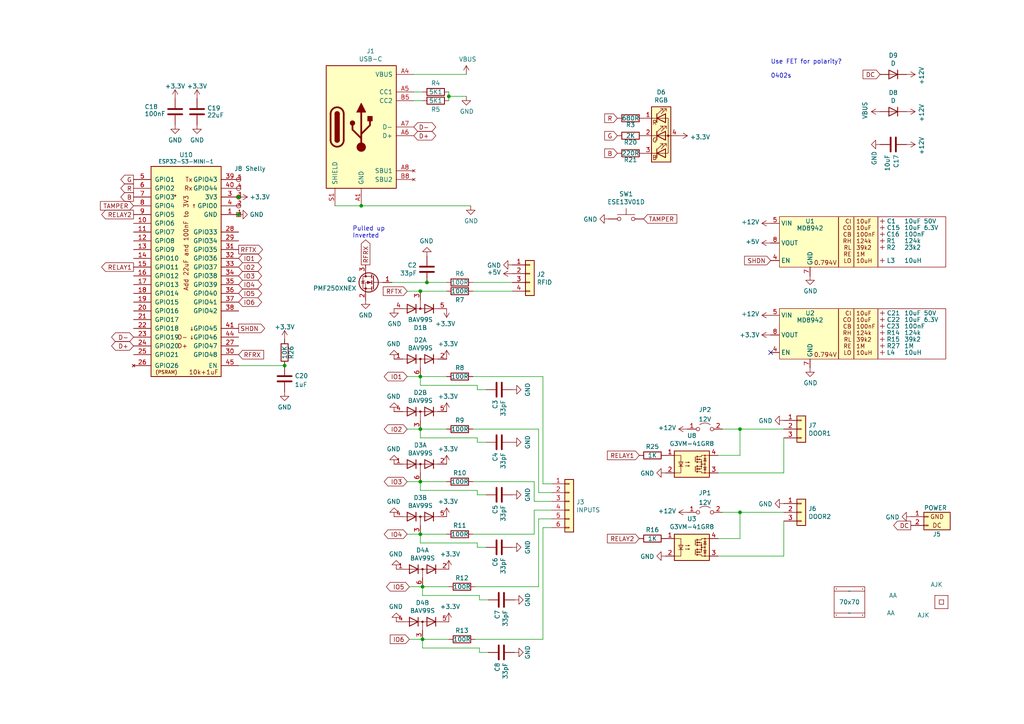
<source format=kicad_sch>
(kicad_sch (version 20230121) (generator eeschema)
  (paper "A4")
  (title_block (title "Access control") (date "${DATE}") (rev "3") (company "Adrian Kennard Andrews & Arnold Ltd") (comment 1 "toot.me.uk/@RevK") (comment 2 "www.me.uk"))
  (junction (at 123.825 81.915))
  (junction (at 121.92 124.46))
  (junction (at 122.555 170.18))
  (junction (at 104.775 59.69))
  (junction (at 69.215 57.15))
  (junction (at 69.215 62.23))
  (junction (at 214.63 148.59))
  (junction (at 121.92 139.7))
  (junction (at 122.555 185.42))
  (junction (at 130.175 27.94))
  (junction (at 214.63 124.46))
  (junction (at 121.92 109.22))
  (junction (at 82.55 106.045))
  (junction (at 121.92 84.455))
  (junction (at 121.92 154.94))
  (no_connect (at 223.52 102.235))
  (wire (pts (xy 122.555 187.96) (xy 139.065 187.96)))
  (wire (pts (xy 138.43 111.76) (xy 138.43 113.03)))
  (wire (pts (xy 137.16 154.94) (xy 154.94 154.94)))
  (wire (pts (xy 104.775 59.69) (xy 136.525 59.69)))
  (wire (pts (xy 122.555 170.18) (xy 130.175 170.18)))
  (wire (pts (xy 121.92 84.455) (xy 129.54 84.455)))
  (wire (pts (xy 156.21 170.18) (xy 156.21 150.495)))
  (wire (pts (xy 121.92 142.24) (xy 138.43 142.24)))
  (wire (pts (xy 227.33 151.13) (xy 227.33 161.29)))
  (wire (pts (xy 121.92 109.22) (xy 129.54 109.22)))
  (wire (pts (xy 137.16 139.7) (xy 154.94 139.7)))
  (wire (pts (xy 138.43 158.75) (xy 140.97 158.75)))
  (wire (pts (xy 157.48 140.335) (xy 160.02 140.335)))
  (wire (pts (xy 208.28 156.21) (xy 214.63 156.21)))
  (wire (pts (xy 121.92 139.7) (xy 129.54 139.7)))
  (wire (pts (xy 121.92 124.46) (xy 121.92 127)))
  (wire (pts (xy 120.015 26.67) (xy 122.555 26.67)))
  (wire (pts (xy 157.48 153.035) (xy 160.02 153.035)))
  (wire (pts (xy 121.92 139.7) (xy 121.92 142.24)))
  (wire (pts (xy 208.28 132.08) (xy 214.63 132.08)))
  (wire (pts (xy 156.21 124.46) (xy 156.21 142.875)))
  (wire (pts (xy 137.16 124.46) (xy 156.21 124.46)))
  (wire (pts (xy 214.63 124.46) (xy 209.55 124.46)))
  (wire (pts (xy 137.16 109.22) (xy 157.48 109.22)))
  (wire (pts (xy 154.94 154.94) (xy 154.94 147.955)))
  (wire (pts (xy 138.43 128.27) (xy 140.97 128.27)))
  (wire (pts (xy 121.92 127) (xy 138.43 127)))
  (wire (pts (xy 130.175 27.94) (xy 130.175 29.21)))
  (wire (pts (xy 69.215 106.045) (xy 82.55 106.045)))
  (wire (pts (xy 118.11 84.455) (xy 121.92 84.455)))
  (wire (pts (xy 208.28 161.29) (xy 227.33 161.29)))
  (wire (pts (xy 156.21 150.495) (xy 160.02 150.495)))
  (wire (pts (xy 118.745 185.42) (xy 122.555 185.42)))
  (wire (pts (xy 154.94 147.955) (xy 160.02 147.955)))
  (wire (pts (xy 208.28 137.16) (xy 227.33 137.16)))
  (wire (pts (xy 137.16 81.915) (xy 148.59 81.915)))
  (wire (pts (xy 138.43 142.24) (xy 138.43 143.51)))
  (wire (pts (xy 120.015 21.59) (xy 135.255 21.59)))
  (wire (pts (xy 118.11 124.46) (xy 121.92 124.46)))
  (wire (pts (xy 139.065 187.96) (xy 139.065 189.23)))
  (wire (pts (xy 122.555 172.72) (xy 139.065 172.72)))
  (wire (pts (xy 154.94 145.415) (xy 160.02 145.415)))
  (wire (pts (xy 138.43 113.03) (xy 140.97 113.03)))
  (wire (pts (xy 139.065 172.72) (xy 139.065 173.99)))
  (wire (pts (xy 157.48 185.42) (xy 157.48 153.035)))
  (wire (pts (xy 214.63 148.59) (xy 209.55 148.59)))
  (wire (pts (xy 139.065 173.99) (xy 141.605 173.99)))
  (wire (pts (xy 138.43 143.51) (xy 140.97 143.51)))
  (wire (pts (xy 121.92 154.94) (xy 121.92 157.48)))
  (wire (pts (xy 123.825 81.915) (xy 129.54 81.915)))
  (wire (pts (xy 139.065 189.23) (xy 141.605 189.23)))
  (wire (pts (xy 120.015 29.21) (xy 122.555 29.21)))
  (wire (pts (xy 121.92 157.48) (xy 138.43 157.48)))
  (wire (pts (xy 122.555 185.42) (xy 130.175 185.42)))
  (wire (pts (xy 154.94 139.7) (xy 154.94 145.415)))
  (wire (pts (xy 214.63 156.21) (xy 214.63 148.59)))
  (wire (pts (xy 118.745 170.18) (xy 122.555 170.18)))
  (wire (pts (xy 135.255 27.94) (xy 130.175 27.94)))
  (wire (pts (xy 214.63 132.08) (xy 214.63 124.46)))
  (wire (pts (xy 138.43 127) (xy 138.43 128.27)))
  (wire (pts (xy 121.92 109.22) (xy 121.92 111.76)))
  (wire (pts (xy 137.16 84.455) (xy 148.59 84.455)))
  (wire (pts (xy 121.92 124.46) (xy 129.54 124.46)))
  (wire (pts (xy 122.555 170.18) (xy 122.555 172.72)))
  (wire (pts (xy 113.665 81.915) (xy 123.825 81.915)))
  (wire (pts (xy 130.175 26.67) (xy 130.175 27.94)))
  (wire (pts (xy 137.795 185.42) (xy 157.48 185.42)))
  (wire (pts (xy 137.795 170.18) (xy 156.21 170.18)))
  (wire (pts (xy 118.11 109.22) (xy 121.92 109.22)))
  (wire (pts (xy 227.33 127) (xy 227.33 137.16)))
  (wire (pts (xy 118.11 154.94) (xy 121.92 154.94)))
  (wire (pts (xy 121.92 111.76) (xy 138.43 111.76)))
  (wire (pts (xy 121.92 154.94) (xy 129.54 154.94)))
  (wire (pts (xy 122.555 185.42) (xy 122.555 187.96)))
  (wire (pts (xy 214.63 148.59) (xy 227.33 148.59)))
  (wire (pts (xy 157.48 109.22) (xy 157.48 140.335)))
  (wire (pts (xy 97.155 59.69) (xy 104.775 59.69)))
  (wire (pts (xy 156.21 142.875) (xy 160.02 142.875)))
  (wire (pts (xy 118.11 139.7) (xy 121.92 139.7)))
  (wire (pts (xy 214.63 124.46) (xy 227.33 124.46)))
  (wire (pts (xy 138.43 157.48) (xy 138.43 158.75)))
  (text "Pulled up\nInverted" (at 102.235 69.215 0) (effects (font (size 1.27 1.27)) (justify left bottom)))
  (text "Use FET for polarity?\n\n0402s" (at 223.52 22.86 0) (effects (font (size 1.27 1.27)) (justify left bottom)))
  (global_label "IO3" (shape bidirectional) (at 118.11 139.7 180) (property "Intersheetrefs" "${INTERSHEET_REFS}" (effects hide)))
  (global_label "RELAY2" (shape output) (at 38.735 62.23 180) (property "Intersheetrefs" "${INTERSHEET_REFS}" (effects hide)))
  (global_label "B" (shape input) (at 179.07 44.45 180) (property "Intersheetrefs" "${INTERSHEET_REFS}" (effects hide)))
  (global_label "IO4" (shape bidirectional) (at 118.11 154.94 180) (property "Intersheetrefs" "${INTERSHEET_REFS}" (effects hide)))
  (global_label "IO4" (shape bidirectional) (at 69.215 82.55 0) (property "Intersheetrefs" "${INTERSHEET_REFS}" (effects hide)))
  (global_label "IO5" (shape bidirectional) (at 118.745 170.18 180) (property "Intersheetrefs" "${INTERSHEET_REFS}" (effects hide)))
  (global_label "D-" (shape bidirectional) (at 120.015 36.83 0) (property "Intersheetrefs" "${INTERSHEET_REFS}" (effects hide)))
  (global_label "R" (shape output) (at 38.735 54.61 180) (property "Intersheetrefs" "${INTERSHEET_REFS}" (effects hide)))
  (global_label "IO2" (shape bidirectional) (at 69.215 77.47 0) (property "Intersheetrefs" "${INTERSHEET_REFS}" (effects hide)))
  (global_label "SHDN" (shape input) (at 223.52 75.565 180) (property "Intersheetrefs" "${INTERSHEET_REFS}" (effects hide)))
  (global_label "RELAY2" (shape input) (at 185.42 156.21 180) (property "Intersheetrefs" "${INTERSHEET_REFS}" (effects hide)))
  (global_label "TAMPER" (shape input) (at 186.69 63.5 0) (property "Intersheetrefs" "${INTERSHEET_REFS}" (effects hide)))
  (global_label "RFTX" (shape output) (at 69.215 72.39 0) (property "Intersheetrefs" "${INTERSHEET_REFS}" (effects hide)))
  (global_label "TAMPER" (shape input) (at 38.735 59.69 180) (property "Intersheetrefs" "${INTERSHEET_REFS}" (effects hide)))
  (global_label "IO1" (shape bidirectional) (at 69.215 74.93 0) (property "Intersheetrefs" "${INTERSHEET_REFS}" (effects hide)))
  (global_label "RELAY1" (shape input) (at 185.42 132.08 180) (property "Intersheetrefs" "${INTERSHEET_REFS}" (effects hide)))
  (global_label "DC" (shape input) (at 255.27 21.59 180) (property "Intersheetrefs" "${INTERSHEET_REFS}" (effects hide)))
  (global_label "DC" (shape output) (at 264.16 152.4 180) (property "Intersheetrefs" "${INTERSHEET_REFS}" (effects hide)))
  (global_label "IO6" (shape bidirectional) (at 69.215 87.63 0) (property "Intersheetrefs" "${INTERSHEET_REFS}" (effects hide)))
  (global_label "G" (shape output) (at 38.735 52.07 180) (property "Intersheetrefs" "${INTERSHEET_REFS}" (effects hide)))
  (global_label "D-" (shape bidirectional) (at 38.735 97.79 180) (property "Intersheetrefs" "${INTERSHEET_REFS}" (effects hide)))
  (global_label "G" (shape input) (at 179.07 39.37 180) (property "Intersheetrefs" "${INTERSHEET_REFS}" (effects hide)))
  (global_label "RFRX" (shape output) (at 106.045 76.835 90) (property "Intersheetrefs" "${INTERSHEET_REFS}" (effects hide)))
  (global_label "D+" (shape bidirectional) (at 120.015 39.37 0) (property "Intersheetrefs" "${INTERSHEET_REFS}" (effects hide)))
  (global_label "R" (shape input) (at 179.07 34.29 180) (property "Intersheetrefs" "${INTERSHEET_REFS}" (effects hide)))
  (global_label "IO2" (shape bidirectional) (at 118.11 124.46 180) (property "Intersheetrefs" "${INTERSHEET_REFS}" (effects hide)))
  (global_label "IO1" (shape bidirectional) (at 118.11 109.22 180) (property "Intersheetrefs" "${INTERSHEET_REFS}" (effects hide)))
  (global_label "IO3" (shape bidirectional) (at 69.215 80.01 0) (property "Intersheetrefs" "${INTERSHEET_REFS}" (effects hide)))
  (global_label "RELAY1" (shape output) (at 38.735 77.47 180) (property "Intersheetrefs" "${INTERSHEET_REFS}" (effects hide)))
  (global_label "D+" (shape bidirectional) (at 38.735 100.33 180) (property "Intersheetrefs" "${INTERSHEET_REFS}" (effects hide)))
  (global_label "RFRX" (shape input) (at 69.215 102.87 0) (property "Intersheetrefs" "${INTERSHEET_REFS}" (effects hide)))
  (global_label "B" (shape output) (at 38.735 57.15 180) (property "Intersheetrefs" "${INTERSHEET_REFS}" (effects hide)))
  (global_label "IO6" (shape input) (at 118.745 185.42 180) (property "Intersheetrefs" "${INTERSHEET_REFS}" (effects hide)))
  (global_label "SHDN" (shape output) (at 69.215 95.25 0) (property "Intersheetrefs" "${INTERSHEET_REFS}" (effects hide)))
  (global_label "IO5" (shape bidirectional) (at 69.215 85.09 0) (property "Intersheetrefs" "${INTERSHEET_REFS}" (effects hide)))
  (global_label "RFTX" (shape input) (at 118.11 84.455 180) (property "Intersheetrefs" "${INTERSHEET_REFS}" (effects hide)))
  (symbol (lib_id "RevK:USB-C") (at 104.775 36.83 0) (unit 1)
    (property "Reference" "J1" (at 107.4928 14.8082 0))
    (property "Value" "USB-C" (at 107.4928 17.1196 0))
    (property "Footprint" "RevK:USC16-TR" (effects hide))
    (property "Datasheet" "https://www.usb.org/sites/default/files/documents/usb_type-c.zip" (effects hide))
    (property "LCSC Part #" "C709357" (effects hide))
  )
  (symbol (lib_id "Device:R") (at 126.365 26.67 90) (unit 1)
    (property "Reference" "R4" (at 126.365 24.13 90))
    (property "Value" "5K1" (at 126.365 26.67 90))
    (property "Footprint" "RevK:R_0402" (effects hide))
  )
  (symbol (lib_id "power:GND") (at 136.525 59.69 0) (unit 1)
    (property "Reference" "#PWR032" (effects hide))
    (property "Value" "GND" (at 136.652 64.0842 0))
  )
  (symbol (lib_id "Device:R") (at 126.365 29.21 270) (unit 1)
    (property "Reference" "R5" (at 126.365 31.75 90))
    (property "Value" "5K1" (at 126.365 29.21 90))
    (property "Footprint" "RevK:R_0402" (effects hide))
  )
  (symbol (lib_id "RevK:AJK") (at 271.78 169.545 0) (unit 1) (in_bom no)
    (property "Reference" "AJK1" (effects hide))
    (property "Value" "AJK" (at 269.875 169.545 0) (effects (justify left)))
    (property "Footprint" "RevK:AJK" (effects hide))
    (property "Note" "Non part, PCB printed" (effects hide))
  )
  (symbol (lib_id "Connector_Generic:Conn_01x04") (at 153.67 79.375 0) (unit 1)
    (property "Reference" "J2" (at 155.702 79.5782 0) (effects (justify left)))
    (property "Value" "RFID" (at 155.702 81.8896 0) (effects (justify left)))
    (property "Footprint" "RevK:PTSM-HH-4-RA" (effects hide))
  )
  (symbol (lib_id "RevK:PowerIn") (at 269.24 149.86 0) (unit 1)
    (property "Reference" "J5" (at 270.51 154.94 0) (effects (justify left)))
    (property "Value" "POWER" (at 267.97 147.32 0) (effects (justify left)))
    (property "Footprint" "RevK:PTSM-HH1-2-RA" (effects hide))
  )
  (symbol (lib_id "power:GND") (at 148.59 76.835 270) (unit 1)
    (property "Reference" "#PWR033" (effects hide))
    (property "Value" "GND" (at 145.3388 76.962 90) (effects (justify right)))
  )
  (symbol (lib_id "power:GND") (at 264.16 149.86 270) (unit 1)
    (property "Reference" "#PWR045" (effects hide))
    (property "Value" "GND" (at 260.9088 149.987 90) (effects (justify right)))
  )
  (symbol (lib_id "power:+5V") (at 148.59 79.375 90) (unit 1)
    (property "Reference" "#PWR034" (effects hide))
    (property "Value" "+5V" (at 145.3388 78.994 90) (effects (justify left)))
  )
  (symbol (lib_id "power:GND") (at 193.04 161.29 270) (unit 1)
    (property "Reference" "#PWR041" (effects hide))
    (property "Value" "GND" (at 189.7888 161.417 90) (effects (justify right)))
  )
  (symbol (lib_id "Device:R") (at 189.23 156.21 270) (unit 1)
    (property "Reference" "R16" (at 189.23 153.67 90))
    (property "Value" "1K" (at 189.23 156.21 90))
    (property "Footprint" "RevK:R_0402" (effects hide))
  )
  (symbol (lib_id "RevK:G3VM-41GR8") (at 200.66 158.75 0) (unit 1)
    (property "Reference" "U3" (at 200.66 150.495 0))
    (property "Value" "G3VM-41GR8" (at 200.66 152.8064 0))
    (property "Footprint" "RevK:Special-SOP-4-3.7x4.55" (effects hide))
    (property "Datasheet" "https://toshiba.semicon-storage.com/info/docget.jsp?did=1284&prodName=TLP3542" (effects hide))
    (property "LCSC Part #" "C2691601" (effects hide))
    (property "JLCPCB Rotation Offset" "180" (effects hide))
  )
  (symbol (lib_id "Connector_Generic:Conn_01x03") (at 232.41 148.59 0) (unit 1)
    (property "Reference" "J6" (at 234.442 147.5232 0) (effects (justify left)))
    (property "Value" "DOOR2" (at 234.442 149.8346 0) (effects (justify left)))
    (property "Footprint" "RevK:PTSM-HH1-3-RA-W" (effects hide))
  )
  (symbol (lib_id "Connector_Generic:Conn_01x06") (at 165.1 145.415 0) (unit 1)
    (property "Reference" "J3" (at 167.132 145.6182 0) (effects (justify left)))
    (property "Value" "INPUTS" (at 167.132 147.9296 0) (effects (justify left)))
    (property "Footprint" "RevK:PTSM-HH-6-RA" (effects hide))
  )
  (symbol (lib_id "power:+12V") (at 199.39 148.59 90) (unit 1)
    (property "Reference" "#PWR042" (effects hide))
    (property "Value" "+12V" (at 196.1388 148.209 90) (effects (justify left)))
  )
  (symbol (lib_id "power:+12V") (at 262.89 32.385 270) (unit 1)
    (property "Reference" "#PWR059" (effects hide))
    (property "Value" "+12V" (at 267.2842 32.766 0))
  )
  (symbol (lib_id "Device:D") (at 259.08 32.385 180) (unit 1)
    (property "Reference" "D8" (at 259.08 26.8732 0))
    (property "Value" "D" (at 259.08 29.1846 0))
    (property "Footprint" "RevK:D_1206" (effects hide))
    (property "LCSC Part #" "C143805" (effects hide))
  )
  (symbol (lib_id "power:VBUS") (at 255.27 32.385 90) (unit 1)
    (property "Reference" "#PWR058" (effects hide))
    (property "Value" "VBUS" (at 250.8758 32.004 0))
  )
  (symbol (lib_id "power:GND") (at 227.33 146.05 270) (unit 1)
    (property "Reference" "#PWR047" (effects hide))
    (property "Value" "GND" (at 224.0788 146.177 90) (effects (justify right)))
  )
  (symbol (lib_id "RevK:QR") (at 273.05 174.625 0) (unit 1) (in_bom no)
    (property "Reference" "U7" (effects hide))
    (property "Value" "QR" (effects hide))
    (property "Footprint" "RevK:QR-SS" (effects hide))
    (property "Note" "Non part, PCB printed" (effects hide))
  )
  (symbol (lib_id "Switch:SW_Push") (at 181.61 63.5 0) (unit 1)
    (property "Reference" "SW1" (at 181.61 56.261 0))
    (property "Value" "ESE13V01D" (at 181.61 58.5724 0))
    (property "Footprint" "RevK:ESE13" (effects hide))
  )
  (symbol (lib_id "power:GND") (at 176.53 63.5 270) (unit 1)
    (property "Reference" "#PWR043" (effects hide))
    (property "Value" "GND" (at 173.2788 63.627 90) (effects (justify right)))
  )
  (symbol (lib_id "Device:R") (at 133.35 84.455 270) (unit 1)
    (property "Reference" "R7" (at 133.35 86.995 90))
    (property "Value" "100R" (at 133.35 84.455 90))
    (property "Footprint" "RevK:R_0402" (effects hide))
  )
  (symbol (lib_id "Device:R") (at 133.35 81.915 270) (unit 1)
    (property "Reference" "R6" (at 133.35 79.375 90))
    (property "Value" "100R" (at 133.35 81.915 90))
    (property "Footprint" "RevK:R_0402" (effects hide))
  )
  (symbol (lib_id "Device:R") (at 133.35 109.22 270) (unit 1)
    (property "Reference" "R8" (at 133.35 106.68 90))
    (property "Value" "100R" (at 133.35 109.22 90))
    (property "Footprint" "RevK:R_0402" (effects hide))
  )
  (symbol (lib_id "Diode:BAV99S") (at 121.92 104.14 0) (unit 1)
    (property "Reference" "D2" (at 121.92 98.6282 0))
    (property "Value" "BAV99S" (at 121.92 100.9396 0))
    (property "Footprint" "RevK:SOT-363_SC-70-6" (effects hide))
    (property "Datasheet" "https://assets.nexperia.com/documents/data-sheet/BAV99_SER.pdf" (effects hide))
    (property "JLCPCB Rotation Offset" "90" (effects hide))
  )
  (symbol (lib_id "power:+3.3V") (at 129.54 104.14 0) (unit 1)
    (property "Reference" "#PWR024" (effects hide))
    (property "Value" "+3.3V" (at 129.921 99.7458 0))
  )
  (symbol (lib_id "Device:R") (at 133.35 124.46 270) (unit 1)
    (property "Reference" "R9" (at 133.35 121.92 90))
    (property "Value" "100R" (at 133.35 124.46 90))
    (property "Footprint" "RevK:R_0402" (effects hide))
  )
  (symbol (lib_id "Diode:BAV99S") (at 121.92 119.38 0) (unit 2)
    (property "Reference" "D2" (at 121.92 113.8682 0))
    (property "Value" "BAV99S" (at 121.92 116.1796 0))
    (property "Footprint" "RevK:SOT-363_SC-70-6" (effects hide))
    (property "Datasheet" "https://assets.nexperia.com/documents/data-sheet/BAV99_SER.pdf" (effects hide))
    (property "JLCPCB Rotation Offset" "90" (effects hide))
  )
  (symbol (lib_id "power:+3.3V") (at 129.54 119.38 0) (unit 1)
    (property "Reference" "#PWR025" (effects hide))
    (property "Value" "+3.3V" (at 129.921 114.9858 0))
  )
  (symbol (lib_id "power:GND") (at 114.3 119.38 180) (unit 1)
    (property "Reference" "#PWR017" (effects hide))
    (property "Value" "GND" (at 114.173 114.9858 0))
  )
  (symbol (lib_id "Diode:BAV99S") (at 121.92 89.535 0) (mirror x) (unit 2)
    (property "Reference" "D1" (at 121.92 95.0468 0))
    (property "Value" "BAV99S" (at 121.92 92.7354 0))
    (property "Footprint" "RevK:SOT-363_SC-70-6" (effects hide))
    (property "Datasheet" "https://assets.nexperia.com/documents/data-sheet/BAV99_SER.pdf" (effects hide))
    (property "JLCPCB Rotation Offset" "90" (effects hide))
  )
  (symbol (lib_id "power:+3.3V") (at 129.54 89.535 180) (unit 1)
    (property "Reference" "#PWR023" (effects hide))
    (property "Value" "+3.3V" (at 129.159 93.9292 0))
  )
  (symbol (lib_id "power:GND") (at 114.3 89.535 0) (unit 1)
    (property "Reference" "#PWR015" (effects hide))
    (property "Value" "GND" (at 114.427 93.9292 0))
  )
  (symbol (lib_id "RevK:AA") (at 258.445 172.72 0) (unit 1) (in_bom no)
    (property "Reference" "U6" (effects hide))
    (property "Value" "AA" (at 257.81 172.72 0) (effects (justify left)))
    (property "Footprint" "RevK:AA" (effects hide))
    (property "Note" "Non part, PCB printed" (effects hide))
  )
  (symbol (lib_id "Device:C") (at 144.78 113.03 90) (mirror x) (unit 1)
    (property "Reference" "C3" (at 143.6116 115.951 0) (effects (justify left)))
    (property "Value" "33pF" (at 145.923 115.951 0) (effects (justify left)))
    (property "Footprint" "RevK:C_0402" (effects hide))
  )
  (symbol (lib_id "power:GND") (at 148.59 113.03 90) (unit 1)
    (property "Reference" "#PWR035" (effects hide))
    (property "Value" "GND" (at 153.035 113.03 0))
  )
  (symbol (lib_id "Device:R") (at 133.35 139.7 270) (unit 1)
    (property "Reference" "R10" (at 133.35 137.16 90))
    (property "Value" "100R" (at 133.35 139.7 90))
    (property "Footprint" "RevK:R_0402" (effects hide))
  )
  (symbol (lib_id "Diode:BAV99S") (at 121.92 134.62 0) (unit 1)
    (property "Reference" "D3" (at 121.92 129.1082 0))
    (property "Value" "BAV99S" (at 121.92 131.4196 0))
    (property "Footprint" "RevK:SOT-363_SC-70-6" (effects hide))
    (property "Datasheet" "https://assets.nexperia.com/documents/data-sheet/BAV99_SER.pdf" (effects hide))
    (property "JLCPCB Rotation Offset" "90" (effects hide))
  )
  (symbol (lib_id "power:+3.3V") (at 129.54 134.62 0) (unit 1)
    (property "Reference" "#PWR026" (effects hide))
    (property "Value" "+3.3V" (at 129.921 130.2258 0))
  )
  (symbol (lib_id "power:GND") (at 114.3 134.62 180) (unit 1)
    (property "Reference" "#PWR018" (effects hide))
    (property "Value" "GND" (at 114.173 130.2258 0))
  )
  (symbol (lib_id "Device:R") (at 133.35 154.94 270) (unit 1)
    (property "Reference" "R11" (at 133.35 152.4 90))
    (property "Value" "100R" (at 133.35 154.94 90))
    (property "Footprint" "RevK:R_0402" (effects hide))
  )
  (symbol (lib_id "Diode:BAV99S") (at 121.92 149.86 0) (unit 2)
    (property "Reference" "D3" (at 121.92 144.3482 0))
    (property "Value" "BAV99S" (at 121.92 146.6596 0))
    (property "Footprint" "RevK:SOT-363_SC-70-6" (effects hide))
    (property "Datasheet" "https://assets.nexperia.com/documents/data-sheet/BAV99_SER.pdf" (effects hide))
    (property "JLCPCB Rotation Offset" "90" (effects hide))
  )
  (symbol (lib_id "power:+3.3V") (at 129.54 149.86 0) (unit 1)
    (property "Reference" "#PWR027" (effects hide))
    (property "Value" "+3.3V" (at 129.921 145.4658 0))
  )
  (symbol (lib_id "power:GND") (at 114.3 149.86 180) (unit 1)
    (property "Reference" "#PWR019" (effects hide))
    (property "Value" "GND" (at 114.173 145.4658 0))
  )
  (symbol (lib_id "Device:R") (at 133.985 170.18 270) (unit 1)
    (property "Reference" "R12" (at 133.985 167.64 90))
    (property "Value" "100R" (at 133.985 170.18 90))
    (property "Footprint" "RevK:R_0402" (effects hide))
  )
  (symbol (lib_id "Diode:BAV99S") (at 122.555 165.1 0) (unit 1)
    (property "Reference" "D4" (at 122.555 159.5882 0))
    (property "Value" "BAV99S" (at 122.555 161.8996 0))
    (property "Footprint" "RevK:SOT-363_SC-70-6" (effects hide))
    (property "Datasheet" "https://assets.nexperia.com/documents/data-sheet/BAV99_SER.pdf" (effects hide))
    (property "JLCPCB Rotation Offset" "90" (effects hide))
  )
  (symbol (lib_id "power:+3.3V") (at 130.175 165.1 0) (unit 1)
    (property "Reference" "#PWR028" (effects hide))
    (property "Value" "+3.3V" (at 130.556 160.7058 0))
  )
  (symbol (lib_id "power:GND") (at 114.935 165.1 180) (unit 1)
    (property "Reference" "#PWR020" (effects hide))
    (property "Value" "GND" (at 114.808 160.7058 0))
  )
  (symbol (lib_id "Device:R") (at 133.985 185.42 270) (unit 1)
    (property "Reference" "R13" (at 133.985 182.88 90))
    (property "Value" "100R" (at 133.985 185.42 90))
    (property "Footprint" "RevK:R_0402" (effects hide))
  )
  (symbol (lib_id "Diode:BAV99S") (at 122.555 180.34 0) (unit 2)
    (property "Reference" "D4" (at 122.555 174.8282 0))
    (property "Value" "BAV99S" (at 122.555 177.1396 0))
    (property "Footprint" "RevK:SOT-363_SC-70-6" (effects hide))
    (property "Datasheet" "https://assets.nexperia.com/documents/data-sheet/BAV99_SER.pdf" (effects hide))
    (property "JLCPCB Rotation Offset" "90" (effects hide))
  )
  (symbol (lib_id "power:+3.3V") (at 130.175 180.34 0) (unit 1)
    (property "Reference" "#PWR029" (effects hide))
    (property "Value" "+3.3V" (at 130.556 175.9458 0))
  )
  (symbol (lib_id "power:GND") (at 114.935 180.34 180) (unit 1)
    (property "Reference" "#PWR021" (effects hide))
    (property "Value" "GND" (at 114.808 175.9458 0))
  )
  (symbol (lib_id "Device:C") (at 144.78 128.27 90) (mirror x) (unit 1)
    (property "Reference" "C4" (at 143.6116 131.191 0) (effects (justify left)))
    (property "Value" "33pF" (at 145.923 131.191 0) (effects (justify left)))
    (property "Footprint" "RevK:C_0402" (effects hide))
  )
  (symbol (lib_id "power:GND") (at 148.59 128.27 90) (unit 1)
    (property "Reference" "#PWR036" (effects hide))
    (property "Value" "GND" (at 153.035 128.27 0))
  )
  (symbol (lib_id "Device:C") (at 144.78 143.51 90) (mirror x) (unit 1)
    (property "Reference" "C5" (at 143.6116 146.431 0) (effects (justify left)))
    (property "Value" "33pF" (at 145.923 146.431 0) (effects (justify left)))
    (property "Footprint" "RevK:C_0402" (effects hide))
  )
  (symbol (lib_id "power:GND") (at 148.59 143.51 90) (unit 1)
    (property "Reference" "#PWR037" (effects hide))
    (property "Value" "GND" (at 153.035 143.51 0))
  )
  (symbol (lib_id "Device:C") (at 144.78 158.75 90) (mirror x) (unit 1)
    (property "Reference" "C6" (at 143.6116 161.671 0) (effects (justify left)))
    (property "Value" "33pF" (at 145.923 161.671 0) (effects (justify left)))
    (property "Footprint" "RevK:C_0402" (effects hide))
  )
  (symbol (lib_id "power:GND") (at 148.59 158.75 90) (unit 1)
    (property "Reference" "#PWR038" (effects hide))
    (property "Value" "GND" (at 153.035 158.75 0))
  )
  (symbol (lib_id "Device:C") (at 145.415 173.99 90) (mirror x) (unit 1)
    (property "Reference" "C7" (at 144.2466 176.911 0) (effects (justify left)))
    (property "Value" "33pF" (at 146.558 176.911 0) (effects (justify left)))
    (property "Footprint" "RevK:C_0402" (effects hide))
  )
  (symbol (lib_id "power:GND") (at 149.225 173.99 90) (unit 1)
    (property "Reference" "#PWR039" (effects hide))
    (property "Value" "GND" (at 153.035 173.99 0))
  )
  (symbol (lib_id "Device:C") (at 145.415 189.23 90) (mirror x) (unit 1)
    (property "Reference" "C8" (at 144.2466 192.151 0) (effects (justify left)))
    (property "Value" "33pF" (at 146.558 192.151 0) (effects (justify left)))
    (property "Footprint" "RevK:C_0402" (effects hide))
  )
  (symbol (lib_id "power:GND") (at 149.225 189.23 90) (unit 1)
    (property "Reference" "#PWR040" (effects hide))
    (property "Value" "GND" (at 153.035 189.23 0))
  )
  (symbol (lib_id "Device:C") (at 123.825 78.105 0) (mirror y) (unit 1)
    (property "Reference" "C2" (at 120.904 76.9366 0) (effects (justify left)))
    (property "Value" "33pF" (at 120.904 79.248 0) (effects (justify left)))
    (property "Footprint" "RevK:C_0402" (effects hide))
  )
  (symbol (lib_id "power:GND") (at 123.825 74.295 180) (unit 1)
    (property "Reference" "#PWR013" (effects hide))
    (property "Value" "GND" (at 123.698 69.9008 0))
  )
  (symbol (lib_id "power:VBUS") (at 135.255 21.59 0) (unit 1)
    (property "Reference" "#PWR030" (effects hide))
    (property "Value" "VBUS" (at 135.636 17.1958 0))
  )
  (symbol (lib_id "power:GND") (at 135.255 27.94 0) (unit 1)
    (property "Reference" "#PWR031" (effects hide))
    (property "Value" "GND" (at 135.382 32.3342 0))
  )
  (symbol (lib_id "power:GND") (at 114.3 104.14 180) (unit 1)
    (property "Reference" "#PWR016" (effects hide))
    (property "Value" "GND" (at 114.173 99.7458 0))
  )
  (symbol (lib_id "power:+12V") (at 262.89 21.59 270) (unit 1)
    (property "Reference" "#PWR0105" (effects hide))
    (property "Value" "+12V" (at 267.2842 21.971 0))
  )
  (symbol (lib_id "RevK:Hidden") (at 255.905 102.235 90) (unit 1)
    (property "Reference" "L4" (at 257.175 102.235 90) (effects (justify right)))
    (property "Value" "10uH" (at 262.255 102.235 90) (effects (justify right)))
    (property "Footprint" "RevK:L_4x4_" (effects hide))
  )
  (symbol (lib_id "RevK:AA") (at 257.81 177.8 0) (unit 1) (in_bom no)
    (property "Reference" "U9" (effects hide))
    (property "Value" "AA" (at 257.175 177.8 0) (effects (justify left)))
    (property "Footprint" "RevK:AA" (effects hide))
    (property "Note" "Non part, PCB printed" (effects hide))
  )
  (symbol (lib_id "power:+12V") (at 262.89 41.91 270) (unit 1)
    (property "Reference" "#PWR0106" (effects hide))
    (property "Value" "+12V" (at 267.2842 42.291 0))
  )
  (symbol (lib_id "RevK:Hidden") (at 255.905 90.805 0) (unit 1)
    (property "Reference" "C21" (at 257.175 90.805 0) (effects (justify left)))
    (property "Value" "10uF 50V" (at 262.255 90.805 0) (effects (justify left)))
    (property "Footprint" "RevK:C_0603_" (effects hide))
    (property "LCSC Part #" "C1591" (effects hide))
  )
  (symbol (lib_id "Device:R") (at 182.88 44.45 270) (unit 1)
    (property "Reference" "R21" (at 182.88 46.355 90))
    (property "Value" "220R" (at 182.88 44.45 90))
    (property "Footprint" "RevK:R_0402" (effects hide))
  )
  (symbol (lib_id "Device:LED_RGBA") (at 191.77 39.37 0) (unit 1)
    (property "Reference" "D6" (at 191.77 26.7462 0))
    (property "Value" "RGB" (at 191.77 29.0576 0))
    (property "Footprint" "RevK:LED-RGB-1.6x1.6" (effects hide))
    (property "Manufacturer" "Kingbright" (effects hide))
    (property "Part No" "APTF1616LSEEZGKQBKC" (effects hide))
    (property "LCSC Part #" "C264508" (effects hide))
  )
  (symbol (lib_id "power:+12V") (at 223.52 64.77 90) (unit 1)
    (property "Reference" "#PWR06" (effects hide))
    (property "Value" "+12V" (at 220.2688 64.389 90) (effects (justify left)))
  )
  (symbol (lib_id "RevK:Hidden") (at 255.905 100.33 0) (unit 1)
    (property "Reference" "R27" (at 257.175 100.33 0) (effects (justify left)))
    (property "Value" "1M" (at 262.255 100.33 0) (effects (justify left)))
    (property "Footprint" "RevK:R_0402_" (effects hide))
  )
  (symbol (lib_id "Jumper:Jumper_2_Open") (at 204.47 124.46 0) (unit 1) (in_bom no)
    (property "Reference" "JP2" (at 204.47 118.8425 0))
    (property "Value" "12V" (at 204.47 121.6176 0))
    (property "Footprint" "Jumper:SolderJumper-2_P1.3mm_Open_RoundedPad1.0x1.5mm" (effects hide))
  )
  (symbol (lib_id "power:GND") (at 255.27 41.91 270) (unit 1)
    (property "Reference" "#PWR0107" (effects hide))
    (property "Value" "GND" (at 253.5662 43.815 0) (effects (justify left)))
  )
  (symbol (lib_id "RevK:Hidden") (at 255.905 69.85 0) (unit 1)
    (property "Reference" "R1" (at 258.445 69.85 0))
    (property "Value" "124k" (at 262.255 69.85 0) (effects (justify left)))
    (property "Footprint" "RevK:R_0402_" (effects hide))
  )
  (symbol (lib_id "Device:R") (at 182.88 39.37 270) (unit 1)
    (property "Reference" "R20" (at 182.88 41.275 90))
    (property "Value" "2K" (at 182.88 39.37 90))
    (property "Footprint" "RevK:R_0402" (effects hide))
  )
  (symbol (lib_id "RevK:Hidden") (at 255.905 98.425 270) (unit 1)
    (property "Reference" "R15" (at 259.08 98.425 90))
    (property "Value" "39k2" (at 262.255 98.425 90) (effects (justify left)))
    (property "Footprint" "RevK:R_0402_" (effects hide))
  )
  (symbol (lib_id "RevK:ESP32-S3-MINI-1-N4R2") (at 53.975 78.74 0) (unit 1)
    (property "Reference" "U10" (at 53.975 44.9032 0))
    (property "Value" "ESP32-S3-MINI-1" (at 53.975 46.8396 0) (effects (font (size 1.1 1.1))))
    (property "Footprint" "RevK:ESP32-S3-MINI-1" (effects hide))
    (property "Datasheet" "https://www.espressif.com/sites/default/files/documentation/esp32-s3-mini-1_mini-1u_datasheet_en.pdf" (effects hide))
    (property "LCSC Part #" "C3013941" (effects hide))
  )
  (symbol (lib_id "power:+3.3V") (at 82.55 98.425 0) (unit 1)
    (property "Reference" "#PWR062" (effects hide))
    (property "Value" "+3.3V" (at 82.55 94.8492 0))
  )
  (symbol (lib_id "RevK:G3VM-41GR8") (at 200.66 134.62 0) (unit 1)
    (property "Reference" "U8" (at 200.66 126.365 0))
    (property "Value" "G3VM-41GR8" (at 200.66 128.6764 0))
    (property "Footprint" "RevK:Special-SOP-4-3.7x4.55" (effects hide))
    (property "Datasheet" "https://toshiba.semicon-storage.com/info/docget.jsp?did=1284&prodName=TLP3542" (effects hide))
    (property "LCSC Part #" "C2691601" (effects hide))
    (property "JLCPCB Rotation Offset" "180" (effects hide))
  )
  (symbol (lib_id "power:GND") (at 57.15 36.195 0) (unit 1)
    (property "Reference" "#PWR046" (effects hide))
    (property "Value" "GND" (at 57.15 40.6384 0))
  )
  (symbol (lib_id "power:+3.3V") (at 57.15 28.575 0) (unit 1)
    (property "Reference" "#PWR044" (effects hide))
    (property "Value" "+3.3V" (at 57.15 24.9992 0))
  )
  (symbol (lib_id "RevK:VCUT") (at 246.38 177.8 0) (unit 1) (in_bom no)
    (property "Reference" "V2" (effects hide))
    (property "Value" "~" (at 246.38 177.8 0))
    (property "Footprint" "RevK:VCUT70" (effects hide))
    (property "Sim.Enable" "0" (effects hide))
  )
  (symbol (lib_id "RevK:Hidden") (at 255.905 67.945 90) (unit 1)
    (property "Reference" "C16" (at 260.985 67.945 90) (effects (justify left)))
    (property "Value" "100nF" (at 262.255 67.945 90) (effects (justify right)))
    (property "Footprint" "RevK:C_0603_" (effects hide))
  )
  (symbol (lib_name "MD89420-RegBlock_1") (lib_id "RevK:MD89420-RegBlock") (at 234.95 70.485 0) (unit 1)
    (property "Reference" "U1" (at 234.95 64.135 0))
    (property "Value" "MD8942" (at 234.95 66.183 0))
    (property "Footprint" "RevK:SOT-23-6-MD8942" (effects hide))
    (property "Datasheet" "https://datasheet.lcsc.com/lcsc/2101111937_Shanghai-Mingda-Microelectronics-MD8942_C2684786.pdf" (effects hide))
    (property "LCSC Part #" "C2684786" (effects hide))
  )
  (symbol (lib_id "power:GND") (at 50.8 36.195 0) (unit 1)
    (property "Reference" "#PWR022" (effects hide))
    (property "Value" "GND" (at 50.8 40.6384 0))
  )
  (symbol (lib_id "Device:R") (at 189.23 132.08 270) (unit 1)
    (property "Reference" "R25" (at 189.23 129.54 90))
    (property "Value" "1K" (at 189.23 132.08 90))
    (property "Footprint" "RevK:R_0402" (effects hide))
  )
  (symbol (lib_id "power:GND") (at 227.33 121.92 270) (unit 1)
    (property "Reference" "#PWR0109" (effects hide))
    (property "Value" "GND" (at 224.0788 122.047 90) (effects (justify right)))
  )
  (symbol (lib_id "RevK:AJK") (at 267.97 177.8 0) (unit 1) (in_bom no)
    (property "Reference" "Logo1" (effects hide))
    (property "Value" "AJK" (at 266.065 178.435 0) (effects (justify left)))
    (property "Footprint" "RevK:AJK" (effects hide))
    (property "Note" "Non part, PCB printed" (effects hide))
  )
  (symbol (lib_id "RevK:Shelly") (at 69.215 57.15 0) (unit 1) (in_bom no)
    (property "Reference" "J8" (at 67.945 48.895 0) (effects (justify left)))
    (property "Value" "Shelly" (at 71.12 48.895 0) (effects (justify left)))
    (property "Footprint" "RevK:Shelly" (effects hide))
  )
  (symbol (lib_id "power:+12V") (at 223.52 91.44 90) (unit 1)
    (property "Reference" "#PWR05" (effects hide))
    (property "Value" "+12V" (at 220.2688 91.059 90) (effects (justify left)))
  )
  (symbol (lib_id "Device:C") (at 57.15 32.385 0) (unit 1)
    (property "Reference" "C19" (at 60.071 31.361 0) (effects (justify left)))
    (property "Value" "22uF" (at 60.071 33.409 0) (effects (justify left)))
    (property "Footprint" "RevK:C_0402" (effects hide))
  )
  (symbol (lib_name "GND_1") (lib_id "power:GND") (at 69.215 62.23 90) (unit 1)
    (property "Reference" "#PWR061" (effects hide))
    (property "Value" "GND" (at 72.39 62.23 90) (effects (justify right)))
  )
  (symbol (lib_id "power:+12V") (at 199.39 124.46 90) (unit 1)
    (property "Reference" "#PWR0110" (effects hide))
    (property "Value" "+12V" (at 196.1388 124.079 90) (effects (justify left)))
  )
  (symbol (lib_id "power:GND") (at 234.95 106.68 0) (unit 1)
    (property "Reference" "#PWR04" (effects hide))
    (property "Value" "GND" (at 235.077 111.0742 0))
  )
  (symbol (lib_id "RevK:Hidden") (at 255.905 66.04 0) (unit 1)
    (property "Reference" "C15" (at 257.175 66.04 0) (effects (justify left)))
    (property "Value" "10uF 6.3V" (at 262.255 66.04 0) (effects (justify left)))
    (property "Footprint" "RevK:C_0603_" (effects hide))
    (property "LCSC Part #" "C1691" (effects hide))
  )
  (symbol (lib_id "RevK:PCB") (at 246.38 174.625 0) (unit 1) (in_bom no)
    (property "Reference" "PCB1" (effects hide))
    (property "Value" "70x70" (at 246.38 174.625 0))
    (property "Footprint" "RevK:PCB7070" (effects hide))
  )
  (symbol (lib_id "RevK:Hidden") (at 255.905 96.52 0) (unit 1)
    (property "Reference" "R14" (at 259.08 96.52 0))
    (property "Value" "124k" (at 262.255 96.52 0) (effects (justify left)))
    (property "Footprint" "RevK:R_0402_" (effects hide))
  )
  (symbol (lib_id "power:+5V") (at 223.52 70.485 90) (unit 1)
    (property "Reference" "#PWR01" (effects hide))
    (property "Value" "+5V" (at 220.2688 70.104 90) (effects (justify left)))
  )
  (symbol (lib_id "RevK:Hidden") (at 255.905 92.71 0) (unit 1)
    (property "Reference" "C22" (at 257.175 92.71 0) (effects (justify left)))
    (property "Value" "10uF 6.3V" (at 262.255 92.71 0) (effects (justify left)))
    (property "Footprint" "RevK:C_0603_" (effects hide))
    (property "LCSC Part #" "C1691" (effects hide))
  )
  (symbol (lib_id "power:+3.3V") (at 196.85 39.37 270) (unit 1)
    (property "Reference" "#PWR07" (effects hide))
    (property "Value" "+3.3V" (at 200.1012 39.751 90) (effects (justify left)))
  )
  (symbol (lib_id "Connector_Generic:Conn_01x03") (at 232.41 124.46 0) (unit 1)
    (property "Reference" "J7" (at 234.442 123.3932 0) (effects (justify left)))
    (property "Value" "DOOR1" (at 234.442 125.7046 0) (effects (justify left)))
    (property "Footprint" "RevK:PTSM-HH1-3-RA" (effects hide))
  )
  (symbol (lib_id "Device:C") (at 82.55 109.855 0) (unit 1)
    (property "Reference" "C20" (at 85.471 109.0203 0) (effects (justify left)))
    (property "Value" "1uF" (at 85.471 111.5572 0) (effects (justify left)))
    (property "Footprint" "RevK:C_0402" (effects hide))
  )
  (symbol (lib_id "power:+3.3V") (at 223.52 97.155 90) (unit 1)
    (property "Reference" "#PWR03" (effects hide))
    (property "Value" "+3.3V" (at 220.345 97.155 90) (effects (justify left)))
  )
  (symbol (lib_id "Device:R") (at 82.55 102.235 0) (unit 1)
    (property "Reference" "R26" (at 84.455 102.235 90))
    (property "Value" "10K" (at 82.55 102.235 90))
    (property "Footprint" "RevK:R_0402" (effects hide))
  )
  (symbol (lib_id "Jumper:Jumper_2_Open") (at 204.47 148.59 0) (unit 1) (in_bom no)
    (property "Reference" "JP1" (at 204.47 142.9725 0))
    (property "Value" "12V" (at 204.47 145.7476 0))
    (property "Footprint" "Jumper:SolderJumper-2_P1.3mm_Open_RoundedPad1.0x1.5mm" (effects hide))
  )
  (symbol (lib_id "Device:R") (at 182.88 34.29 270) (unit 1)
    (property "Reference" "R3" (at 182.88 36.195 90))
    (property "Value" "680R" (at 182.88 34.29 90))
    (property "Footprint" "RevK:R_0402" (effects hide))
  )
  (symbol (lib_id "RevK:Hidden") (at 255.905 64.135 0) (unit 1)
    (property "Reference" "C1" (at 257.175 64.135 0) (effects (justify left)))
    (property "Value" "10uF 50V" (at 262.255 64.135 0) (effects (justify left)))
    (property "Footprint" "RevK:C_0603_" (effects hide))
    (property "LCSC Part #" "C1591" (effects hide))
  )
  (symbol (lib_id "power:GND") (at 106.045 86.995 0) (unit 1)
    (property "Reference" "#PWR0108" (effects hide))
    (property "Value" "GND" (at 106.045 91.4384 0))
  )
  (symbol (lib_id "power:+3.3V") (at 50.8 28.575 0) (unit 1)
    (property "Reference" "#PWR014" (effects hide))
    (property "Value" "+3.3V" (at 50.8 24.9992 0))
  )
  (symbol (lib_id "RevK:Hidden") (at 255.905 71.755 270) (unit 1)
    (property "Reference" "R2" (at 258.445 71.755 90))
    (property "Value" "23k2" (at 262.255 71.755 90) (effects (justify left)))
    (property "Footprint" "RevK:R_0402_" (effects hide))
  )
  (symbol (lib_id "power:GND") (at 234.95 80.01 0) (unit 1)
    (property "Reference" "#PWR02" (effects hide))
    (property "Value" "GND" (at 235.077 84.4042 0))
  )
  (symbol (lib_id "RevK:Hidden") (at 255.905 94.615 90) (unit 1)
    (property "Reference" "C23" (at 260.985 94.615 90) (effects (justify left)))
    (property "Value" "100nF" (at 262.255 94.615 90) (effects (justify right)))
    (property "Footprint" "RevK:C_0603_" (effects hide))
  )
  (symbol (lib_id "Device:D") (at 259.08 21.59 180) (unit 1)
    (property "Reference" "D9" (at 259.08 16.0782 0))
    (property "Value" "D" (at 259.08 18.3896 0))
    (property "Footprint" "RevK:D_1206" (effects hide))
    (property "LCSC Part #" "C143805" (effects hide))
  )
  (symbol (lib_id "Device:C") (at 259.08 41.91 270) (unit 1)
    (property "Reference" "C17" (at 259.9147 44.831 0) (effects (justify left)))
    (property "Value" "10uF" (at 257.3778 44.831 0) (effects (justify left)))
    (property "Footprint" "RevK:C_0402" (effects hide))
  )
  (symbol (lib_id "RevK:Hidden") (at 255.905 75.565 90) (unit 1)
    (property "Reference" "L3" (at 257.175 75.565 90) (effects (justify right)))
    (property "Value" "10uH" (at 262.255 75.565 90) (effects (justify right)))
    (property "Footprint" "RevK:L_4x4_" (effects hide))
  )
  (symbol (lib_id "RevK:NX7002AK") (at 108.585 81.915 0) (mirror y) (unit 1)
    (property "Reference" "Q2" (at 103.378 81.0803 0) (effects (justify left)))
    (property "Value" "PMF250XNEX" (at 103.378 83.6172 0) (effects (justify left)))
    (property "Footprint" "RevK:SOT-323_SC-70" (effects hide))
    (property "Part No" "PMF250XNEX" (effects hide))
    (property "LCSC Part #" "C504047" (effects hide))
    (property "JLCPCB Rotation Offset" "0" (effects hide))
  )
  (symbol (lib_id "power:+3.3V") (at 69.215 57.15 270) (unit 1)
    (property "Reference" "#PWR060" (effects hide))
    (property "Value" "+3.3V" (at 72.39 57.15 90) (effects (justify left)))
  )
  (symbol (lib_id "power:GND") (at 193.04 137.16 270) (unit 1)
    (property "Reference" "#PWR0111" (effects hide))
    (property "Value" "GND" (at 189.7888 137.287 90) (effects (justify right)))
  )
  (symbol (lib_id "RevK:MD89420-RegBlock") (at 234.95 97.155 0) (unit 1)
    (property "Reference" "U2" (at 234.95 90.805 0))
    (property "Value" "MD8942" (at 234.95 92.853 0))
    (property "Footprint" "RevK:SOT-23-6-MD8942" (effects hide))
    (property "Datasheet" "https://datasheet.lcsc.com/lcsc/2101111937_Shanghai-Mingda-Microelectronics-MD8942_C2684786.pdf" (effects hide))
    (property "LCSC Part #" "C2684786" (effects hide))
  )
  (symbol (lib_id "RevK:VCUT") (at 246.38 171.45 0) (unit 1) (in_bom no)
    (property "Reference" "V1" (effects hide))
    (property "Value" "~" (at 246.38 171.45 0))
    (property "Footprint" "RevK:VCUT70" (effects hide))
    (property "Sim.Enable" "0" (effects hide))
  )
  (symbol (lib_id "power:GND") (at 82.55 113.665 0) (unit 1)
    (property "Reference" "#PWR063" (effects hide))
    (property "Value" "GND" (at 82.55 118.1084 0))
  )
  (symbol (lib_id "Device:C") (at 50.8 32.385 0) (unit 1)
    (property "Reference" "C18" (at 41.91 30.972 0) (effects (justify left)))
    (property "Value" "100nF" (at 41.91 33.02 0) (effects (justify left)))
    (property "Footprint" "RevK:C_0402" (effects hide))
  )
)
</source>
